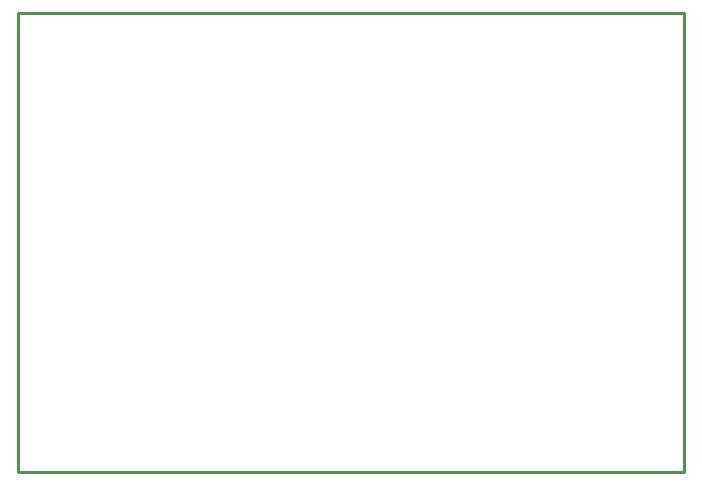
<source format=gko>
G04 Layer_Color=16711935*
%FSLAX25Y25*%
%MOIN*%
G70*
G01*
G75*
%ADD45C,0.01000*%
D45*
X0Y-800D02*
Y152200D01*
X222000D01*
X0Y-800D02*
X222000D01*
Y152200D01*
M02*

</source>
